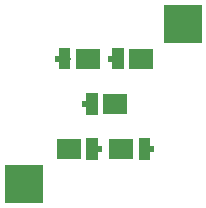
<source format=gbr>
G04 #@! TF.GenerationSoftware,KiCad,Pcbnew,(5.0.2)-1*
G04 #@! TF.CreationDate,2019-07-09T12:36:21+05:30*
G04 #@! TF.ProjectId,H-B-LED,482d422d-4c45-4442-9e6b-696361645f70,rev?*
G04 #@! TF.SameCoordinates,Original*
G04 #@! TF.FileFunction,Paste,Top*
G04 #@! TF.FilePolarity,Positive*
%FSLAX46Y46*%
G04 Gerber Fmt 4.6, Leading zero omitted, Abs format (unit mm)*
G04 Created by KiCad (PCBNEW (5.0.2)-1) date 07/09/19 12:36:21*
%MOMM*%
%LPD*%
G01*
G04 APERTURE LIST*
%ADD10R,3.200000X3.200000*%
%ADD11R,2.060000X1.800000*%
%ADD12C,0.990000*%
%ADD13C,0.100000*%
%ADD14R,0.300000X0.500000*%
G04 APERTURE END LIST*
D10*
G04 #@! TO.C,H3*
X16150000Y-30820000D03*
G04 #@! TD*
D11*
G04 #@! TO.C,D5*
X21580000Y-20200000D03*
D12*
X19605000Y-20200000D03*
D13*
G36*
X19110000Y-19300000D02*
X20100000Y-19300000D01*
X20100000Y-21100000D01*
X19110000Y-21100000D01*
X19110000Y-19300000D01*
X19110000Y-19300000D01*
G37*
D14*
X18960000Y-20200000D03*
G04 #@! TD*
G04 #@! TO.C,D4*
X22570000Y-27850000D03*
D12*
X21925000Y-27850000D03*
D13*
G36*
X22420000Y-28750000D02*
X21430000Y-28750000D01*
X21430000Y-26950000D01*
X22420000Y-26950000D01*
X22420000Y-28750000D01*
X22420000Y-28750000D01*
G37*
D11*
X19950000Y-27850000D03*
G04 #@! TD*
G04 #@! TO.C,D3*
X24400000Y-27850000D03*
D12*
X26375000Y-27850000D03*
D13*
G36*
X26870000Y-28750000D02*
X25880000Y-28750000D01*
X25880000Y-26950000D01*
X26870000Y-26950000D01*
X26870000Y-28750000D01*
X26870000Y-28750000D01*
G37*
D14*
X27020000Y-27850000D03*
G04 #@! TD*
G04 #@! TO.C,D2*
X23450000Y-20210000D03*
D12*
X24095000Y-20210000D03*
D13*
G36*
X23600000Y-19310000D02*
X24590000Y-19310000D01*
X24590000Y-21110000D01*
X23600000Y-21110000D01*
X23600000Y-19310000D01*
X23600000Y-19310000D01*
G37*
D11*
X26070000Y-20210000D03*
G04 #@! TD*
G04 #@! TO.C,D1*
X23900000Y-24030000D03*
D12*
X21925000Y-24030000D03*
D13*
G36*
X21430000Y-23130000D02*
X22420000Y-23130000D01*
X22420000Y-24930000D01*
X21430000Y-24930000D01*
X21430000Y-23130000D01*
X21430000Y-23130000D01*
G37*
D14*
X21280000Y-24030000D03*
G04 #@! TD*
D10*
G04 #@! TO.C,H3*
X29590000Y-17220000D03*
G04 #@! TD*
M02*

</source>
